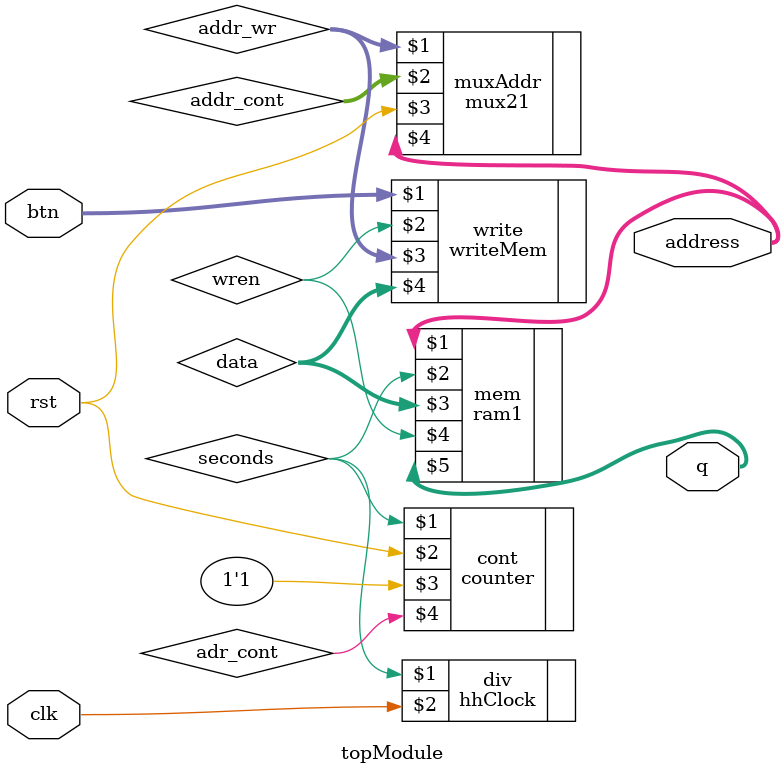
<source format=sv>

module topModule(
						input logic clk, rst,
						input logic [2:0] btn,
						output [7:0] q,
						output [7:0] address);
						
logic wren, seconds;

logic [7:0] data, addr_wr, addr_cont;

ram1 mem(address, seconds, data, wren, q);
counter cont(seconds, rst, 1'b1, adr_cont);
hhClock div(seconds, clk);
writeMem write(btn, wren, addr_wr, data);
mux21 muxAddr(addr_wr, addr_cont, rst, address);

endmodule
</source>
